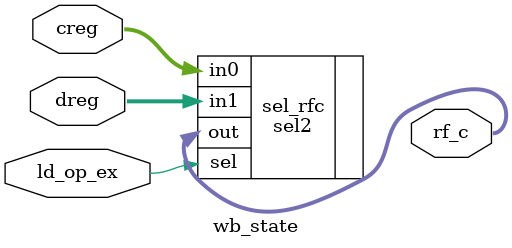
<source format=v>
module wb_state (
    input wire [15:0] creg,
    input wire [15:0] dreg,
    input wire ld_op_ex,
    output wire [15:0] rf_c
);

    sel2 sel_rfc(
        .in0 (creg),
        .in1 (dreg),
        .sel (ld_op_ex),
        .out (rf_c)
    );

endmodule
    

</source>
